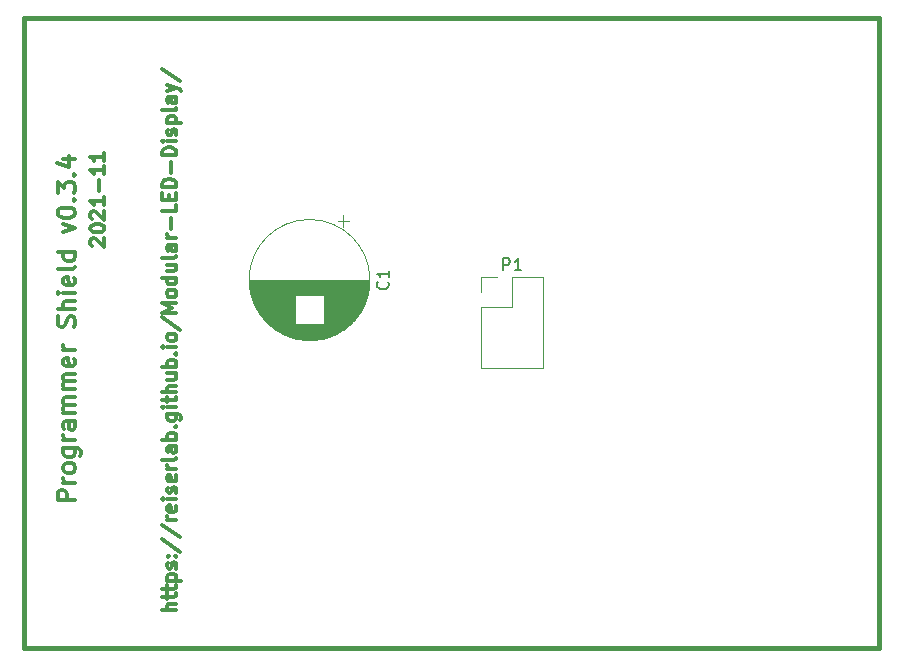
<source format=gbr>
%TF.GenerationSoftware,KiCad,Pcbnew,5.1.10*%
%TF.CreationDate,2021-11-17T00:54:39-05:00*%
%TF.ProjectId,shield_programmer_v0p3,73686965-6c64-45f7-9072-6f6772616d6d,rev?*%
%TF.SameCoordinates,Original*%
%TF.FileFunction,Legend,Top*%
%TF.FilePolarity,Positive*%
%FSLAX46Y46*%
G04 Gerber Fmt 4.6, Leading zero omitted, Abs format (unit mm)*
G04 Created by KiCad (PCBNEW 5.1.10) date 2021-11-17 00:54:39*
%MOMM*%
%LPD*%
G01*
G04 APERTURE LIST*
%ADD10C,0.300000*%
%ADD11C,0.120000*%
%ADD12C,0.381000*%
%ADD13C,0.150000*%
G04 APERTURE END LIST*
D10*
X125441142Y-98684857D02*
X125384000Y-98627714D01*
X125326857Y-98513428D01*
X125326857Y-98227714D01*
X125384000Y-98113428D01*
X125441142Y-98056285D01*
X125555428Y-97999142D01*
X125669714Y-97999142D01*
X125841142Y-98056285D01*
X126526857Y-98742000D01*
X126526857Y-97999142D01*
X125326857Y-97256285D02*
X125326857Y-97142000D01*
X125384000Y-97027714D01*
X125441142Y-96970571D01*
X125555428Y-96913428D01*
X125784000Y-96856285D01*
X126069714Y-96856285D01*
X126298285Y-96913428D01*
X126412571Y-96970571D01*
X126469714Y-97027714D01*
X126526857Y-97142000D01*
X126526857Y-97256285D01*
X126469714Y-97370571D01*
X126412571Y-97427714D01*
X126298285Y-97484857D01*
X126069714Y-97542000D01*
X125784000Y-97542000D01*
X125555428Y-97484857D01*
X125441142Y-97427714D01*
X125384000Y-97370571D01*
X125326857Y-97256285D01*
X125441142Y-96399142D02*
X125384000Y-96342000D01*
X125326857Y-96227714D01*
X125326857Y-95942000D01*
X125384000Y-95827714D01*
X125441142Y-95770571D01*
X125555428Y-95713428D01*
X125669714Y-95713428D01*
X125841142Y-95770571D01*
X126526857Y-96456285D01*
X126526857Y-95713428D01*
X126526857Y-94570571D02*
X126526857Y-95256285D01*
X126526857Y-94913428D02*
X125326857Y-94913428D01*
X125498285Y-95027714D01*
X125612571Y-95142000D01*
X125669714Y-95256285D01*
X126069714Y-94056285D02*
X126069714Y-93142000D01*
X126526857Y-91942000D02*
X126526857Y-92627714D01*
X126526857Y-92284857D02*
X125326857Y-92284857D01*
X125498285Y-92399142D01*
X125612571Y-92513428D01*
X125669714Y-92627714D01*
X126526857Y-90799142D02*
X126526857Y-91484857D01*
X126526857Y-91142000D02*
X125326857Y-91142000D01*
X125498285Y-91256285D01*
X125612571Y-91370571D01*
X125669714Y-91484857D01*
X132622857Y-129480000D02*
X131422857Y-129480000D01*
X132622857Y-128965714D02*
X131994285Y-128965714D01*
X131880000Y-129022857D01*
X131822857Y-129137142D01*
X131822857Y-129308571D01*
X131880000Y-129422857D01*
X131937142Y-129480000D01*
X131822857Y-128565714D02*
X131822857Y-128108571D01*
X131422857Y-128394285D02*
X132451428Y-128394285D01*
X132565714Y-128337142D01*
X132622857Y-128222857D01*
X132622857Y-128108571D01*
X131822857Y-127880000D02*
X131822857Y-127422857D01*
X131422857Y-127708571D02*
X132451428Y-127708571D01*
X132565714Y-127651428D01*
X132622857Y-127537142D01*
X132622857Y-127422857D01*
X131822857Y-127022857D02*
X133022857Y-127022857D01*
X131880000Y-127022857D02*
X131822857Y-126908571D01*
X131822857Y-126680000D01*
X131880000Y-126565714D01*
X131937142Y-126508571D01*
X132051428Y-126451428D01*
X132394285Y-126451428D01*
X132508571Y-126508571D01*
X132565714Y-126565714D01*
X132622857Y-126680000D01*
X132622857Y-126908571D01*
X132565714Y-127022857D01*
X132565714Y-125994285D02*
X132622857Y-125880000D01*
X132622857Y-125651428D01*
X132565714Y-125537142D01*
X132451428Y-125480000D01*
X132394285Y-125480000D01*
X132280000Y-125537142D01*
X132222857Y-125651428D01*
X132222857Y-125822857D01*
X132165714Y-125937142D01*
X132051428Y-125994285D01*
X131994285Y-125994285D01*
X131880000Y-125937142D01*
X131822857Y-125822857D01*
X131822857Y-125651428D01*
X131880000Y-125537142D01*
X132508571Y-124965714D02*
X132565714Y-124908571D01*
X132622857Y-124965714D01*
X132565714Y-125022857D01*
X132508571Y-124965714D01*
X132622857Y-124965714D01*
X131880000Y-124965714D02*
X131937142Y-124908571D01*
X131994285Y-124965714D01*
X131937142Y-125022857D01*
X131880000Y-124965714D01*
X131994285Y-124965714D01*
X131365714Y-123537142D02*
X132908571Y-124565714D01*
X131365714Y-122280000D02*
X132908571Y-123308571D01*
X132622857Y-121880000D02*
X131822857Y-121880000D01*
X132051428Y-121880000D02*
X131937142Y-121822857D01*
X131880000Y-121765714D01*
X131822857Y-121651428D01*
X131822857Y-121537142D01*
X132565714Y-120680000D02*
X132622857Y-120794285D01*
X132622857Y-121022857D01*
X132565714Y-121137142D01*
X132451428Y-121194285D01*
X131994285Y-121194285D01*
X131880000Y-121137142D01*
X131822857Y-121022857D01*
X131822857Y-120794285D01*
X131880000Y-120680000D01*
X131994285Y-120622857D01*
X132108571Y-120622857D01*
X132222857Y-121194285D01*
X132622857Y-120108571D02*
X131822857Y-120108571D01*
X131422857Y-120108571D02*
X131480000Y-120165714D01*
X131537142Y-120108571D01*
X131480000Y-120051428D01*
X131422857Y-120108571D01*
X131537142Y-120108571D01*
X132565714Y-119594285D02*
X132622857Y-119480000D01*
X132622857Y-119251428D01*
X132565714Y-119137142D01*
X132451428Y-119080000D01*
X132394285Y-119080000D01*
X132280000Y-119137142D01*
X132222857Y-119251428D01*
X132222857Y-119422857D01*
X132165714Y-119537142D01*
X132051428Y-119594285D01*
X131994285Y-119594285D01*
X131880000Y-119537142D01*
X131822857Y-119422857D01*
X131822857Y-119251428D01*
X131880000Y-119137142D01*
X132565714Y-118108571D02*
X132622857Y-118222857D01*
X132622857Y-118451428D01*
X132565714Y-118565714D01*
X132451428Y-118622857D01*
X131994285Y-118622857D01*
X131880000Y-118565714D01*
X131822857Y-118451428D01*
X131822857Y-118222857D01*
X131880000Y-118108571D01*
X131994285Y-118051428D01*
X132108571Y-118051428D01*
X132222857Y-118622857D01*
X132622857Y-117537142D02*
X131822857Y-117537142D01*
X132051428Y-117537142D02*
X131937142Y-117480000D01*
X131880000Y-117422857D01*
X131822857Y-117308571D01*
X131822857Y-117194285D01*
X132622857Y-116622857D02*
X132565714Y-116737142D01*
X132451428Y-116794285D01*
X131422857Y-116794285D01*
X132622857Y-115651428D02*
X131994285Y-115651428D01*
X131880000Y-115708571D01*
X131822857Y-115822857D01*
X131822857Y-116051428D01*
X131880000Y-116165714D01*
X132565714Y-115651428D02*
X132622857Y-115765714D01*
X132622857Y-116051428D01*
X132565714Y-116165714D01*
X132451428Y-116222857D01*
X132337142Y-116222857D01*
X132222857Y-116165714D01*
X132165714Y-116051428D01*
X132165714Y-115765714D01*
X132108571Y-115651428D01*
X132622857Y-115080000D02*
X131422857Y-115080000D01*
X131880000Y-115080000D02*
X131822857Y-114965714D01*
X131822857Y-114737142D01*
X131880000Y-114622857D01*
X131937142Y-114565714D01*
X132051428Y-114508571D01*
X132394285Y-114508571D01*
X132508571Y-114565714D01*
X132565714Y-114622857D01*
X132622857Y-114737142D01*
X132622857Y-114965714D01*
X132565714Y-115080000D01*
X132508571Y-113994285D02*
X132565714Y-113937142D01*
X132622857Y-113994285D01*
X132565714Y-114051428D01*
X132508571Y-113994285D01*
X132622857Y-113994285D01*
X131822857Y-112908571D02*
X132794285Y-112908571D01*
X132908571Y-112965714D01*
X132965714Y-113022857D01*
X133022857Y-113137142D01*
X133022857Y-113308571D01*
X132965714Y-113422857D01*
X132565714Y-112908571D02*
X132622857Y-113022857D01*
X132622857Y-113251428D01*
X132565714Y-113365714D01*
X132508571Y-113422857D01*
X132394285Y-113480000D01*
X132051428Y-113480000D01*
X131937142Y-113422857D01*
X131880000Y-113365714D01*
X131822857Y-113251428D01*
X131822857Y-113022857D01*
X131880000Y-112908571D01*
X132622857Y-112337142D02*
X131822857Y-112337142D01*
X131422857Y-112337142D02*
X131480000Y-112394285D01*
X131537142Y-112337142D01*
X131480000Y-112280000D01*
X131422857Y-112337142D01*
X131537142Y-112337142D01*
X131822857Y-111937142D02*
X131822857Y-111480000D01*
X131422857Y-111765714D02*
X132451428Y-111765714D01*
X132565714Y-111708571D01*
X132622857Y-111594285D01*
X132622857Y-111480000D01*
X132622857Y-111080000D02*
X131422857Y-111080000D01*
X132622857Y-110565714D02*
X131994285Y-110565714D01*
X131880000Y-110622857D01*
X131822857Y-110737142D01*
X131822857Y-110908571D01*
X131880000Y-111022857D01*
X131937142Y-111080000D01*
X131822857Y-109480000D02*
X132622857Y-109480000D01*
X131822857Y-109994285D02*
X132451428Y-109994285D01*
X132565714Y-109937142D01*
X132622857Y-109822857D01*
X132622857Y-109651428D01*
X132565714Y-109537142D01*
X132508571Y-109480000D01*
X132622857Y-108908571D02*
X131422857Y-108908571D01*
X131880000Y-108908571D02*
X131822857Y-108794285D01*
X131822857Y-108565714D01*
X131880000Y-108451428D01*
X131937142Y-108394285D01*
X132051428Y-108337142D01*
X132394285Y-108337142D01*
X132508571Y-108394285D01*
X132565714Y-108451428D01*
X132622857Y-108565714D01*
X132622857Y-108794285D01*
X132565714Y-108908571D01*
X132508571Y-107822857D02*
X132565714Y-107765714D01*
X132622857Y-107822857D01*
X132565714Y-107880000D01*
X132508571Y-107822857D01*
X132622857Y-107822857D01*
X132622857Y-107251428D02*
X131822857Y-107251428D01*
X131422857Y-107251428D02*
X131480000Y-107308571D01*
X131537142Y-107251428D01*
X131480000Y-107194285D01*
X131422857Y-107251428D01*
X131537142Y-107251428D01*
X132622857Y-106508571D02*
X132565714Y-106622857D01*
X132508571Y-106680000D01*
X132394285Y-106737142D01*
X132051428Y-106737142D01*
X131937142Y-106680000D01*
X131880000Y-106622857D01*
X131822857Y-106508571D01*
X131822857Y-106337142D01*
X131880000Y-106222857D01*
X131937142Y-106165714D01*
X132051428Y-106108571D01*
X132394285Y-106108571D01*
X132508571Y-106165714D01*
X132565714Y-106222857D01*
X132622857Y-106337142D01*
X132622857Y-106508571D01*
X131365714Y-104737142D02*
X132908571Y-105765714D01*
X132622857Y-104337142D02*
X131422857Y-104337142D01*
X132280000Y-103937142D01*
X131422857Y-103537142D01*
X132622857Y-103537142D01*
X132622857Y-102794285D02*
X132565714Y-102908571D01*
X132508571Y-102965714D01*
X132394285Y-103022857D01*
X132051428Y-103022857D01*
X131937142Y-102965714D01*
X131880000Y-102908571D01*
X131822857Y-102794285D01*
X131822857Y-102622857D01*
X131880000Y-102508571D01*
X131937142Y-102451428D01*
X132051428Y-102394285D01*
X132394285Y-102394285D01*
X132508571Y-102451428D01*
X132565714Y-102508571D01*
X132622857Y-102622857D01*
X132622857Y-102794285D01*
X132622857Y-101365714D02*
X131422857Y-101365714D01*
X132565714Y-101365714D02*
X132622857Y-101480000D01*
X132622857Y-101708571D01*
X132565714Y-101822857D01*
X132508571Y-101880000D01*
X132394285Y-101937142D01*
X132051428Y-101937142D01*
X131937142Y-101880000D01*
X131880000Y-101822857D01*
X131822857Y-101708571D01*
X131822857Y-101480000D01*
X131880000Y-101365714D01*
X131822857Y-100280000D02*
X132622857Y-100280000D01*
X131822857Y-100794285D02*
X132451428Y-100794285D01*
X132565714Y-100737142D01*
X132622857Y-100622857D01*
X132622857Y-100451428D01*
X132565714Y-100337142D01*
X132508571Y-100280000D01*
X132622857Y-99537142D02*
X132565714Y-99651428D01*
X132451428Y-99708571D01*
X131422857Y-99708571D01*
X132622857Y-98565714D02*
X131994285Y-98565714D01*
X131880000Y-98622857D01*
X131822857Y-98737142D01*
X131822857Y-98965714D01*
X131880000Y-99080000D01*
X132565714Y-98565714D02*
X132622857Y-98680000D01*
X132622857Y-98965714D01*
X132565714Y-99080000D01*
X132451428Y-99137142D01*
X132337142Y-99137142D01*
X132222857Y-99080000D01*
X132165714Y-98965714D01*
X132165714Y-98680000D01*
X132108571Y-98565714D01*
X132622857Y-97994285D02*
X131822857Y-97994285D01*
X132051428Y-97994285D02*
X131937142Y-97937142D01*
X131880000Y-97880000D01*
X131822857Y-97765714D01*
X131822857Y-97651428D01*
X132165714Y-97251428D02*
X132165714Y-96337142D01*
X132622857Y-95194285D02*
X132622857Y-95765714D01*
X131422857Y-95765714D01*
X131994285Y-94794285D02*
X131994285Y-94394285D01*
X132622857Y-94222857D02*
X132622857Y-94794285D01*
X131422857Y-94794285D01*
X131422857Y-94222857D01*
X132622857Y-93708571D02*
X131422857Y-93708571D01*
X131422857Y-93422857D01*
X131480000Y-93251428D01*
X131594285Y-93137142D01*
X131708571Y-93080000D01*
X131937142Y-93022857D01*
X132108571Y-93022857D01*
X132337142Y-93080000D01*
X132451428Y-93137142D01*
X132565714Y-93251428D01*
X132622857Y-93422857D01*
X132622857Y-93708571D01*
X132165714Y-92508571D02*
X132165714Y-91594285D01*
X132622857Y-91022857D02*
X131422857Y-91022857D01*
X131422857Y-90737142D01*
X131480000Y-90565714D01*
X131594285Y-90451428D01*
X131708571Y-90394285D01*
X131937142Y-90337142D01*
X132108571Y-90337142D01*
X132337142Y-90394285D01*
X132451428Y-90451428D01*
X132565714Y-90565714D01*
X132622857Y-90737142D01*
X132622857Y-91022857D01*
X132622857Y-89822857D02*
X131822857Y-89822857D01*
X131422857Y-89822857D02*
X131480000Y-89880000D01*
X131537142Y-89822857D01*
X131480000Y-89765714D01*
X131422857Y-89822857D01*
X131537142Y-89822857D01*
X132565714Y-89308571D02*
X132622857Y-89194285D01*
X132622857Y-88965714D01*
X132565714Y-88851428D01*
X132451428Y-88794285D01*
X132394285Y-88794285D01*
X132280000Y-88851428D01*
X132222857Y-88965714D01*
X132222857Y-89137142D01*
X132165714Y-89251428D01*
X132051428Y-89308571D01*
X131994285Y-89308571D01*
X131880000Y-89251428D01*
X131822857Y-89137142D01*
X131822857Y-88965714D01*
X131880000Y-88851428D01*
X131822857Y-88280000D02*
X133022857Y-88280000D01*
X131880000Y-88280000D02*
X131822857Y-88165714D01*
X131822857Y-87937142D01*
X131880000Y-87822857D01*
X131937142Y-87765714D01*
X132051428Y-87708571D01*
X132394285Y-87708571D01*
X132508571Y-87765714D01*
X132565714Y-87822857D01*
X132622857Y-87937142D01*
X132622857Y-88165714D01*
X132565714Y-88280000D01*
X132622857Y-87022857D02*
X132565714Y-87137142D01*
X132451428Y-87194285D01*
X131422857Y-87194285D01*
X132622857Y-86051428D02*
X131994285Y-86051428D01*
X131880000Y-86108571D01*
X131822857Y-86222857D01*
X131822857Y-86451428D01*
X131880000Y-86565714D01*
X132565714Y-86051428D02*
X132622857Y-86165714D01*
X132622857Y-86451428D01*
X132565714Y-86565714D01*
X132451428Y-86622857D01*
X132337142Y-86622857D01*
X132222857Y-86565714D01*
X132165714Y-86451428D01*
X132165714Y-86165714D01*
X132108571Y-86051428D01*
X131822857Y-85594285D02*
X132622857Y-85308571D01*
X131822857Y-85022857D02*
X132622857Y-85308571D01*
X132908571Y-85422857D01*
X132965714Y-85480000D01*
X133022857Y-85594285D01*
X131365714Y-83708571D02*
X132908571Y-84737142D01*
X124059071Y-120227500D02*
X122559071Y-120227500D01*
X122559071Y-119656071D01*
X122630500Y-119513214D01*
X122701928Y-119441785D01*
X122844785Y-119370357D01*
X123059071Y-119370357D01*
X123201928Y-119441785D01*
X123273357Y-119513214D01*
X123344785Y-119656071D01*
X123344785Y-120227500D01*
X124059071Y-118727500D02*
X123059071Y-118727500D01*
X123344785Y-118727500D02*
X123201928Y-118656071D01*
X123130500Y-118584642D01*
X123059071Y-118441785D01*
X123059071Y-118298928D01*
X124059071Y-117584642D02*
X123987642Y-117727500D01*
X123916214Y-117798928D01*
X123773357Y-117870357D01*
X123344785Y-117870357D01*
X123201928Y-117798928D01*
X123130500Y-117727500D01*
X123059071Y-117584642D01*
X123059071Y-117370357D01*
X123130500Y-117227500D01*
X123201928Y-117156071D01*
X123344785Y-117084642D01*
X123773357Y-117084642D01*
X123916214Y-117156071D01*
X123987642Y-117227500D01*
X124059071Y-117370357D01*
X124059071Y-117584642D01*
X123059071Y-115798928D02*
X124273357Y-115798928D01*
X124416214Y-115870357D01*
X124487642Y-115941785D01*
X124559071Y-116084642D01*
X124559071Y-116298928D01*
X124487642Y-116441785D01*
X123987642Y-115798928D02*
X124059071Y-115941785D01*
X124059071Y-116227500D01*
X123987642Y-116370357D01*
X123916214Y-116441785D01*
X123773357Y-116513214D01*
X123344785Y-116513214D01*
X123201928Y-116441785D01*
X123130500Y-116370357D01*
X123059071Y-116227500D01*
X123059071Y-115941785D01*
X123130500Y-115798928D01*
X124059071Y-115084642D02*
X123059071Y-115084642D01*
X123344785Y-115084642D02*
X123201928Y-115013214D01*
X123130500Y-114941785D01*
X123059071Y-114798928D01*
X123059071Y-114656071D01*
X124059071Y-113513214D02*
X123273357Y-113513214D01*
X123130500Y-113584642D01*
X123059071Y-113727500D01*
X123059071Y-114013214D01*
X123130500Y-114156071D01*
X123987642Y-113513214D02*
X124059071Y-113656071D01*
X124059071Y-114013214D01*
X123987642Y-114156071D01*
X123844785Y-114227500D01*
X123701928Y-114227500D01*
X123559071Y-114156071D01*
X123487642Y-114013214D01*
X123487642Y-113656071D01*
X123416214Y-113513214D01*
X124059071Y-112798928D02*
X123059071Y-112798928D01*
X123201928Y-112798928D02*
X123130500Y-112727500D01*
X123059071Y-112584642D01*
X123059071Y-112370357D01*
X123130500Y-112227500D01*
X123273357Y-112156071D01*
X124059071Y-112156071D01*
X123273357Y-112156071D02*
X123130500Y-112084642D01*
X123059071Y-111941785D01*
X123059071Y-111727500D01*
X123130500Y-111584642D01*
X123273357Y-111513214D01*
X124059071Y-111513214D01*
X124059071Y-110798928D02*
X123059071Y-110798928D01*
X123201928Y-110798928D02*
X123130500Y-110727500D01*
X123059071Y-110584642D01*
X123059071Y-110370357D01*
X123130500Y-110227500D01*
X123273357Y-110156071D01*
X124059071Y-110156071D01*
X123273357Y-110156071D02*
X123130500Y-110084642D01*
X123059071Y-109941785D01*
X123059071Y-109727500D01*
X123130500Y-109584642D01*
X123273357Y-109513214D01*
X124059071Y-109513214D01*
X123987642Y-108227500D02*
X124059071Y-108370357D01*
X124059071Y-108656071D01*
X123987642Y-108798928D01*
X123844785Y-108870357D01*
X123273357Y-108870357D01*
X123130500Y-108798928D01*
X123059071Y-108656071D01*
X123059071Y-108370357D01*
X123130500Y-108227500D01*
X123273357Y-108156071D01*
X123416214Y-108156071D01*
X123559071Y-108870357D01*
X124059071Y-107513214D02*
X123059071Y-107513214D01*
X123344785Y-107513214D02*
X123201928Y-107441785D01*
X123130500Y-107370357D01*
X123059071Y-107227500D01*
X123059071Y-107084642D01*
X123987642Y-105513214D02*
X124059071Y-105298928D01*
X124059071Y-104941785D01*
X123987642Y-104798928D01*
X123916214Y-104727500D01*
X123773357Y-104656071D01*
X123630500Y-104656071D01*
X123487642Y-104727500D01*
X123416214Y-104798928D01*
X123344785Y-104941785D01*
X123273357Y-105227500D01*
X123201928Y-105370357D01*
X123130500Y-105441785D01*
X122987642Y-105513214D01*
X122844785Y-105513214D01*
X122701928Y-105441785D01*
X122630500Y-105370357D01*
X122559071Y-105227500D01*
X122559071Y-104870357D01*
X122630500Y-104656071D01*
X124059071Y-104013214D02*
X122559071Y-104013214D01*
X124059071Y-103370357D02*
X123273357Y-103370357D01*
X123130500Y-103441785D01*
X123059071Y-103584642D01*
X123059071Y-103798928D01*
X123130500Y-103941785D01*
X123201928Y-104013214D01*
X124059071Y-102656071D02*
X123059071Y-102656071D01*
X122559071Y-102656071D02*
X122630500Y-102727500D01*
X122701928Y-102656071D01*
X122630500Y-102584642D01*
X122559071Y-102656071D01*
X122701928Y-102656071D01*
X123987642Y-101370357D02*
X124059071Y-101513214D01*
X124059071Y-101798928D01*
X123987642Y-101941785D01*
X123844785Y-102013214D01*
X123273357Y-102013214D01*
X123130500Y-101941785D01*
X123059071Y-101798928D01*
X123059071Y-101513214D01*
X123130500Y-101370357D01*
X123273357Y-101298928D01*
X123416214Y-101298928D01*
X123559071Y-102013214D01*
X124059071Y-100441785D02*
X123987642Y-100584642D01*
X123844785Y-100656071D01*
X122559071Y-100656071D01*
X124059071Y-99227500D02*
X122559071Y-99227500D01*
X123987642Y-99227500D02*
X124059071Y-99370357D01*
X124059071Y-99656071D01*
X123987642Y-99798928D01*
X123916214Y-99870357D01*
X123773357Y-99941785D01*
X123344785Y-99941785D01*
X123201928Y-99870357D01*
X123130500Y-99798928D01*
X123059071Y-99656071D01*
X123059071Y-99370357D01*
X123130500Y-99227500D01*
X123059071Y-97513214D02*
X124059071Y-97156071D01*
X123059071Y-96798928D01*
X122559071Y-95941785D02*
X122559071Y-95798928D01*
X122630500Y-95656071D01*
X122701928Y-95584642D01*
X122844785Y-95513214D01*
X123130500Y-95441785D01*
X123487642Y-95441785D01*
X123773357Y-95513214D01*
X123916214Y-95584642D01*
X123987642Y-95656071D01*
X124059071Y-95798928D01*
X124059071Y-95941785D01*
X123987642Y-96084642D01*
X123916214Y-96156071D01*
X123773357Y-96227500D01*
X123487642Y-96298928D01*
X123130500Y-96298928D01*
X122844785Y-96227500D01*
X122701928Y-96156071D01*
X122630500Y-96084642D01*
X122559071Y-95941785D01*
X123916214Y-94798928D02*
X123987642Y-94727500D01*
X124059071Y-94798928D01*
X123987642Y-94870357D01*
X123916214Y-94798928D01*
X124059071Y-94798928D01*
X122559071Y-94227500D02*
X122559071Y-93298928D01*
X123130500Y-93798928D01*
X123130500Y-93584642D01*
X123201928Y-93441785D01*
X123273357Y-93370357D01*
X123416214Y-93298928D01*
X123773357Y-93298928D01*
X123916214Y-93370357D01*
X123987642Y-93441785D01*
X124059071Y-93584642D01*
X124059071Y-94013214D01*
X123987642Y-94156071D01*
X123916214Y-94227500D01*
X123916214Y-92656071D02*
X123987642Y-92584642D01*
X124059071Y-92656071D01*
X123987642Y-92727500D01*
X123916214Y-92656071D01*
X124059071Y-92656071D01*
X123059071Y-91298928D02*
X124059071Y-91298928D01*
X122487642Y-91656071D02*
X123559071Y-92013214D01*
X123559071Y-91084642D01*
D11*
%TO.C,P1*%
X158436000Y-109026000D02*
X163636000Y-109026000D01*
X158436000Y-103886000D02*
X158436000Y-109026000D01*
X163636000Y-101286000D02*
X163636000Y-109026000D01*
X158436000Y-103886000D02*
X161036000Y-103886000D01*
X161036000Y-103886000D02*
X161036000Y-101286000D01*
X161036000Y-101286000D02*
X163636000Y-101286000D01*
X158436000Y-102616000D02*
X158436000Y-101286000D01*
X158436000Y-101286000D02*
X159766000Y-101286000D01*
%TO.C,C1*%
X149010000Y-101560000D02*
G75*
G03*
X149010000Y-101560000I-5120000J0D01*
G01*
X148970000Y-101560000D02*
X138810000Y-101560000D01*
X148970000Y-101600000D02*
X138810000Y-101600000D01*
X148970000Y-101640000D02*
X138810000Y-101640000D01*
X148969000Y-101680000D02*
X138811000Y-101680000D01*
X148968000Y-101720000D02*
X138812000Y-101720000D01*
X148967000Y-101760000D02*
X138813000Y-101760000D01*
X148965000Y-101800000D02*
X138815000Y-101800000D01*
X148963000Y-101840000D02*
X138817000Y-101840000D01*
X148960000Y-101880000D02*
X138820000Y-101880000D01*
X148958000Y-101920000D02*
X138822000Y-101920000D01*
X148955000Y-101960000D02*
X138825000Y-101960000D01*
X148952000Y-102000000D02*
X138828000Y-102000000D01*
X148948000Y-102040000D02*
X138832000Y-102040000D01*
X148944000Y-102080000D02*
X138836000Y-102080000D01*
X148940000Y-102120000D02*
X138840000Y-102120000D01*
X148935000Y-102160000D02*
X138845000Y-102160000D01*
X148930000Y-102200000D02*
X138850000Y-102200000D01*
X148925000Y-102240000D02*
X138855000Y-102240000D01*
X148920000Y-102281000D02*
X138860000Y-102281000D01*
X148914000Y-102321000D02*
X138866000Y-102321000D01*
X148908000Y-102361000D02*
X138872000Y-102361000D01*
X148901000Y-102401000D02*
X138879000Y-102401000D01*
X148894000Y-102441000D02*
X138886000Y-102441000D01*
X148887000Y-102481000D02*
X138893000Y-102481000D01*
X148880000Y-102521000D02*
X138900000Y-102521000D01*
X148872000Y-102561000D02*
X138908000Y-102561000D01*
X148864000Y-102601000D02*
X138916000Y-102601000D01*
X148855000Y-102641000D02*
X138925000Y-102641000D01*
X148846000Y-102681000D02*
X138934000Y-102681000D01*
X148837000Y-102721000D02*
X138943000Y-102721000D01*
X148828000Y-102761000D02*
X138952000Y-102761000D01*
X148818000Y-102801000D02*
X138962000Y-102801000D01*
X148808000Y-102841000D02*
X145131000Y-102841000D01*
X142649000Y-102841000D02*
X138972000Y-102841000D01*
X148797000Y-102881000D02*
X145131000Y-102881000D01*
X142649000Y-102881000D02*
X138983000Y-102881000D01*
X148787000Y-102921000D02*
X145131000Y-102921000D01*
X142649000Y-102921000D02*
X138993000Y-102921000D01*
X148775000Y-102961000D02*
X145131000Y-102961000D01*
X142649000Y-102961000D02*
X139005000Y-102961000D01*
X148764000Y-103001000D02*
X145131000Y-103001000D01*
X142649000Y-103001000D02*
X139016000Y-103001000D01*
X148752000Y-103041000D02*
X145131000Y-103041000D01*
X142649000Y-103041000D02*
X139028000Y-103041000D01*
X148740000Y-103081000D02*
X145131000Y-103081000D01*
X142649000Y-103081000D02*
X139040000Y-103081000D01*
X148727000Y-103121000D02*
X145131000Y-103121000D01*
X142649000Y-103121000D02*
X139053000Y-103121000D01*
X148714000Y-103161000D02*
X145131000Y-103161000D01*
X142649000Y-103161000D02*
X139066000Y-103161000D01*
X148701000Y-103201000D02*
X145131000Y-103201000D01*
X142649000Y-103201000D02*
X139079000Y-103201000D01*
X148687000Y-103241000D02*
X145131000Y-103241000D01*
X142649000Y-103241000D02*
X139093000Y-103241000D01*
X148673000Y-103281000D02*
X145131000Y-103281000D01*
X142649000Y-103281000D02*
X139107000Y-103281000D01*
X148658000Y-103321000D02*
X145131000Y-103321000D01*
X142649000Y-103321000D02*
X139122000Y-103321000D01*
X148644000Y-103361000D02*
X145131000Y-103361000D01*
X142649000Y-103361000D02*
X139136000Y-103361000D01*
X148628000Y-103401000D02*
X145131000Y-103401000D01*
X142649000Y-103401000D02*
X139152000Y-103401000D01*
X148613000Y-103441000D02*
X145131000Y-103441000D01*
X142649000Y-103441000D02*
X139167000Y-103441000D01*
X148597000Y-103481000D02*
X145131000Y-103481000D01*
X142649000Y-103481000D02*
X139183000Y-103481000D01*
X148580000Y-103521000D02*
X145131000Y-103521000D01*
X142649000Y-103521000D02*
X139200000Y-103521000D01*
X148564000Y-103561000D02*
X145131000Y-103561000D01*
X142649000Y-103561000D02*
X139216000Y-103561000D01*
X148547000Y-103601000D02*
X145131000Y-103601000D01*
X142649000Y-103601000D02*
X139233000Y-103601000D01*
X148529000Y-103641000D02*
X145131000Y-103641000D01*
X142649000Y-103641000D02*
X139251000Y-103641000D01*
X148511000Y-103681000D02*
X145131000Y-103681000D01*
X142649000Y-103681000D02*
X139269000Y-103681000D01*
X148493000Y-103721000D02*
X145131000Y-103721000D01*
X142649000Y-103721000D02*
X139287000Y-103721000D01*
X148474000Y-103761000D02*
X145131000Y-103761000D01*
X142649000Y-103761000D02*
X139306000Y-103761000D01*
X148454000Y-103801000D02*
X145131000Y-103801000D01*
X142649000Y-103801000D02*
X139326000Y-103801000D01*
X148435000Y-103841000D02*
X145131000Y-103841000D01*
X142649000Y-103841000D02*
X139345000Y-103841000D01*
X148415000Y-103881000D02*
X145131000Y-103881000D01*
X142649000Y-103881000D02*
X139365000Y-103881000D01*
X148394000Y-103921000D02*
X145131000Y-103921000D01*
X142649000Y-103921000D02*
X139386000Y-103921000D01*
X148373000Y-103961000D02*
X145131000Y-103961000D01*
X142649000Y-103961000D02*
X139407000Y-103961000D01*
X148352000Y-104001000D02*
X145131000Y-104001000D01*
X142649000Y-104001000D02*
X139428000Y-104001000D01*
X148330000Y-104041000D02*
X145131000Y-104041000D01*
X142649000Y-104041000D02*
X139450000Y-104041000D01*
X148307000Y-104081000D02*
X145131000Y-104081000D01*
X142649000Y-104081000D02*
X139473000Y-104081000D01*
X148285000Y-104121000D02*
X145131000Y-104121000D01*
X142649000Y-104121000D02*
X139495000Y-104121000D01*
X148261000Y-104161000D02*
X145131000Y-104161000D01*
X142649000Y-104161000D02*
X139519000Y-104161000D01*
X148237000Y-104201000D02*
X145131000Y-104201000D01*
X142649000Y-104201000D02*
X139543000Y-104201000D01*
X148213000Y-104241000D02*
X145131000Y-104241000D01*
X142649000Y-104241000D02*
X139567000Y-104241000D01*
X148188000Y-104281000D02*
X145131000Y-104281000D01*
X142649000Y-104281000D02*
X139592000Y-104281000D01*
X148163000Y-104321000D02*
X145131000Y-104321000D01*
X142649000Y-104321000D02*
X139617000Y-104321000D01*
X148137000Y-104361000D02*
X145131000Y-104361000D01*
X142649000Y-104361000D02*
X139643000Y-104361000D01*
X148111000Y-104401000D02*
X145131000Y-104401000D01*
X142649000Y-104401000D02*
X139669000Y-104401000D01*
X148084000Y-104441000D02*
X145131000Y-104441000D01*
X142649000Y-104441000D02*
X139696000Y-104441000D01*
X148056000Y-104481000D02*
X145131000Y-104481000D01*
X142649000Y-104481000D02*
X139724000Y-104481000D01*
X148028000Y-104521000D02*
X145131000Y-104521000D01*
X142649000Y-104521000D02*
X139752000Y-104521000D01*
X148000000Y-104561000D02*
X145131000Y-104561000D01*
X142649000Y-104561000D02*
X139780000Y-104561000D01*
X147970000Y-104601000D02*
X145131000Y-104601000D01*
X142649000Y-104601000D02*
X139810000Y-104601000D01*
X147940000Y-104641000D02*
X145131000Y-104641000D01*
X142649000Y-104641000D02*
X139840000Y-104641000D01*
X147910000Y-104681000D02*
X145131000Y-104681000D01*
X142649000Y-104681000D02*
X139870000Y-104681000D01*
X147879000Y-104721000D02*
X145131000Y-104721000D01*
X142649000Y-104721000D02*
X139901000Y-104721000D01*
X147847000Y-104761000D02*
X145131000Y-104761000D01*
X142649000Y-104761000D02*
X139933000Y-104761000D01*
X147815000Y-104801000D02*
X145131000Y-104801000D01*
X142649000Y-104801000D02*
X139965000Y-104801000D01*
X147782000Y-104841000D02*
X145131000Y-104841000D01*
X142649000Y-104841000D02*
X139998000Y-104841000D01*
X147748000Y-104881000D02*
X145131000Y-104881000D01*
X142649000Y-104881000D02*
X140032000Y-104881000D01*
X147714000Y-104921000D02*
X145131000Y-104921000D01*
X142649000Y-104921000D02*
X140066000Y-104921000D01*
X147679000Y-104961000D02*
X145131000Y-104961000D01*
X142649000Y-104961000D02*
X140101000Y-104961000D01*
X147643000Y-105001000D02*
X145131000Y-105001000D01*
X142649000Y-105001000D02*
X140137000Y-105001000D01*
X147606000Y-105041000D02*
X145131000Y-105041000D01*
X142649000Y-105041000D02*
X140174000Y-105041000D01*
X147569000Y-105081000D02*
X145131000Y-105081000D01*
X142649000Y-105081000D02*
X140211000Y-105081000D01*
X147530000Y-105121000D02*
X145131000Y-105121000D01*
X142649000Y-105121000D02*
X140250000Y-105121000D01*
X147491000Y-105161000D02*
X145131000Y-105161000D01*
X142649000Y-105161000D02*
X140289000Y-105161000D01*
X147451000Y-105201000D02*
X145131000Y-105201000D01*
X142649000Y-105201000D02*
X140329000Y-105201000D01*
X147410000Y-105241000D02*
X145131000Y-105241000D01*
X142649000Y-105241000D02*
X140370000Y-105241000D01*
X147368000Y-105281000D02*
X145131000Y-105281000D01*
X142649000Y-105281000D02*
X140412000Y-105281000D01*
X147326000Y-105321000D02*
X140454000Y-105321000D01*
X147282000Y-105361000D02*
X140498000Y-105361000D01*
X147237000Y-105401000D02*
X140543000Y-105401000D01*
X147191000Y-105441000D02*
X140589000Y-105441000D01*
X147144000Y-105481000D02*
X140636000Y-105481000D01*
X147096000Y-105521000D02*
X140684000Y-105521000D01*
X147046000Y-105561000D02*
X140734000Y-105561000D01*
X146996000Y-105601000D02*
X140784000Y-105601000D01*
X146944000Y-105641000D02*
X140836000Y-105641000D01*
X146890000Y-105681000D02*
X140890000Y-105681000D01*
X146835000Y-105721000D02*
X140945000Y-105721000D01*
X146779000Y-105761000D02*
X141001000Y-105761000D01*
X146720000Y-105801000D02*
X141060000Y-105801000D01*
X146660000Y-105841000D02*
X141120000Y-105841000D01*
X146599000Y-105881000D02*
X141181000Y-105881000D01*
X146535000Y-105921000D02*
X141245000Y-105921000D01*
X146469000Y-105961000D02*
X141311000Y-105961000D01*
X146400000Y-106001000D02*
X141380000Y-106001000D01*
X146329000Y-106041000D02*
X141451000Y-106041000D01*
X146255000Y-106081000D02*
X141525000Y-106081000D01*
X146179000Y-106121000D02*
X141601000Y-106121000D01*
X146099000Y-106161000D02*
X141681000Y-106161000D01*
X146015000Y-106201000D02*
X141765000Y-106201000D01*
X145927000Y-106241000D02*
X141853000Y-106241000D01*
X145834000Y-106281000D02*
X141946000Y-106281000D01*
X145736000Y-106321000D02*
X142044000Y-106321000D01*
X145632000Y-106361000D02*
X142148000Y-106361000D01*
X145520000Y-106401000D02*
X142260000Y-106401000D01*
X145400000Y-106441000D02*
X142380000Y-106441000D01*
X145268000Y-106481000D02*
X142512000Y-106481000D01*
X145120000Y-106521000D02*
X142660000Y-106521000D01*
X144952000Y-106561000D02*
X142828000Y-106561000D01*
X144752000Y-106601000D02*
X143028000Y-106601000D01*
X144489000Y-106641000D02*
X143291000Y-106641000D01*
X146765000Y-96080354D02*
X146765000Y-97080354D01*
X147265000Y-96580354D02*
X146265000Y-96580354D01*
D12*
%TO.C,SHIELD1*%
X192088000Y-79375000D02*
X192088000Y-132715000D01*
X189548000Y-132715000D02*
X192088000Y-132715000D01*
X189548000Y-79375000D02*
X192088000Y-79375000D01*
X189548000Y-79375000D02*
X119698000Y-79375000D01*
X119698000Y-132715000D02*
X189548000Y-132715000D01*
X119698000Y-132715000D02*
X119698000Y-79375000D01*
%TO.C,P1*%
D13*
X160297904Y-100738380D02*
X160297904Y-99738380D01*
X160678857Y-99738380D01*
X160774095Y-99786000D01*
X160821714Y-99833619D01*
X160869333Y-99928857D01*
X160869333Y-100071714D01*
X160821714Y-100166952D01*
X160774095Y-100214571D01*
X160678857Y-100262190D01*
X160297904Y-100262190D01*
X161821714Y-100738380D02*
X161250285Y-100738380D01*
X161536000Y-100738380D02*
X161536000Y-99738380D01*
X161440761Y-99881238D01*
X161345523Y-99976476D01*
X161250285Y-100024095D01*
%TO.C,C1*%
X150497142Y-101726666D02*
X150544761Y-101774285D01*
X150592380Y-101917142D01*
X150592380Y-102012380D01*
X150544761Y-102155238D01*
X150449523Y-102250476D01*
X150354285Y-102298095D01*
X150163809Y-102345714D01*
X150020952Y-102345714D01*
X149830476Y-102298095D01*
X149735238Y-102250476D01*
X149640000Y-102155238D01*
X149592380Y-102012380D01*
X149592380Y-101917142D01*
X149640000Y-101774285D01*
X149687619Y-101726666D01*
X150592380Y-100774285D02*
X150592380Y-101345714D01*
X150592380Y-101060000D02*
X149592380Y-101060000D01*
X149735238Y-101155238D01*
X149830476Y-101250476D01*
X149878095Y-101345714D01*
%TD*%
M02*

</source>
